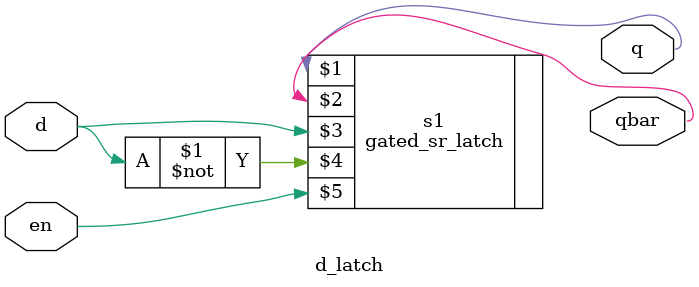
<source format=v>
module d_latch(output q,qbar,input d,en);

gated_sr_latch s1(q,qbar,d,~d,en);

endmodule

</source>
